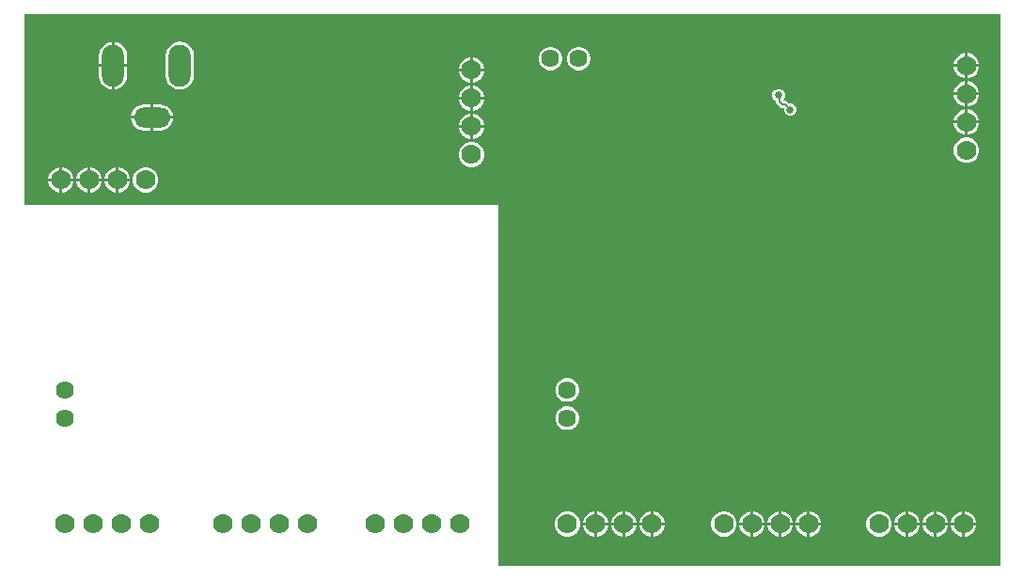
<source format=gbl>
G04*
G04 #@! TF.GenerationSoftware,Altium Limited,Altium Designer,22.1.2 (22)*
G04*
G04 Layer_Physical_Order=2*
G04 Layer_Color=16711680*
%FSLAX25Y25*%
%MOIN*%
G70*
G04*
G04 #@! TF.SameCoordinates,52BC5A9B-E7CF-49AA-A5AC-D027EE08C1C4*
G04*
G04*
G04 #@! TF.FilePolarity,Positive*
G04*
G01*
G75*
%ADD12C,0.00600*%
%ADD40C,0.07000*%
%ADD41C,0.06378*%
%ADD42O,0.07874X0.14961*%
%ADD43O,0.12992X0.07087*%
%ADD44C,0.02200*%
%ADD45C,0.02500*%
G36*
X347961Y2039D02*
X170000D01*
Y130000D01*
X2039D01*
Y197961D01*
X347961D01*
Y2039D01*
D02*
G37*
%LPC*%
G36*
X336592Y184000D02*
X336500D01*
Y180000D01*
X340500D01*
Y180092D01*
X340193Y181237D01*
X339601Y182263D01*
X338763Y183101D01*
X337737Y183693D01*
X336592Y184000D01*
D02*
G37*
G36*
X34000Y187957D02*
Y180000D01*
X38480D01*
Y183043D01*
X38310Y184332D01*
X37813Y185533D01*
X37021Y186564D01*
X35990Y187356D01*
X34789Y187853D01*
X34000Y187957D01*
D02*
G37*
G36*
X33000D02*
X32211Y187853D01*
X31010Y187356D01*
X29979Y186564D01*
X29188Y185533D01*
X28690Y184332D01*
X28520Y183043D01*
Y180000D01*
X33000D01*
Y187957D01*
D02*
G37*
G36*
X335500Y184000D02*
X335408D01*
X334263Y183693D01*
X333237Y183101D01*
X332399Y182263D01*
X331807Y181237D01*
X331500Y180092D01*
Y180000D01*
X335500D01*
Y184000D01*
D02*
G37*
G36*
X161092Y182500D02*
X161000D01*
Y178500D01*
X165000D01*
Y178592D01*
X164693Y179737D01*
X164101Y180763D01*
X163263Y181601D01*
X162237Y182193D01*
X161092Y182500D01*
D02*
G37*
G36*
X160000D02*
X159908D01*
X158763Y182193D01*
X157737Y181601D01*
X156899Y180763D01*
X156307Y179737D01*
X156000Y178592D01*
Y178500D01*
X160000D01*
Y182500D01*
D02*
G37*
G36*
X199099Y186189D02*
X197996D01*
X196930Y185904D01*
X195975Y185352D01*
X195195Y184572D01*
X194644Y183617D01*
X194358Y182552D01*
Y181448D01*
X194644Y180383D01*
X195195Y179428D01*
X195975Y178648D01*
X196930Y178096D01*
X197996Y177811D01*
X199099D01*
X200164Y178096D01*
X201119Y178648D01*
X201899Y179428D01*
X202451Y180383D01*
X202736Y181448D01*
Y182552D01*
X202451Y183617D01*
X201899Y184572D01*
X201119Y185352D01*
X200164Y185904D01*
X199099Y186189D01*
D02*
G37*
G36*
X189099D02*
X187996D01*
X186930Y185904D01*
X185975Y185352D01*
X185195Y184572D01*
X184644Y183617D01*
X184358Y182552D01*
Y181448D01*
X184644Y180383D01*
X185195Y179428D01*
X185975Y178648D01*
X186930Y178096D01*
X187996Y177811D01*
X189099D01*
X190164Y178096D01*
X191119Y178648D01*
X191899Y179428D01*
X192451Y180383D01*
X192736Y181448D01*
Y182552D01*
X192451Y183617D01*
X191899Y184572D01*
X191119Y185352D01*
X190164Y185904D01*
X189099Y186189D01*
D02*
G37*
G36*
X340500Y179000D02*
X336500D01*
Y175000D01*
X336592D01*
X337737Y175307D01*
X338763Y175899D01*
X339601Y176737D01*
X340193Y177763D01*
X340500Y178908D01*
Y179000D01*
D02*
G37*
G36*
X335500D02*
X331500D01*
Y178908D01*
X331807Y177763D01*
X332399Y176737D01*
X333237Y175899D01*
X334263Y175307D01*
X335408Y175000D01*
X335500D01*
Y179000D01*
D02*
G37*
G36*
X165000Y177500D02*
X161000D01*
Y173500D01*
X161092D01*
X162237Y173807D01*
X163263Y174399D01*
X164101Y175237D01*
X164693Y176263D01*
X165000Y177408D01*
Y177500D01*
D02*
G37*
G36*
X160000D02*
X156000D01*
Y177408D01*
X156307Y176263D01*
X156899Y175237D01*
X157737Y174399D01*
X158763Y173807D01*
X159908Y173500D01*
X160000D01*
Y177500D01*
D02*
G37*
G36*
X38480Y179000D02*
X34000D01*
Y171043D01*
X34789Y171147D01*
X35990Y171644D01*
X37021Y172436D01*
X37813Y173467D01*
X38310Y174668D01*
X38480Y175957D01*
Y179000D01*
D02*
G37*
G36*
X33000D02*
X28520D01*
Y175957D01*
X28690Y174668D01*
X29188Y173467D01*
X29979Y172436D01*
X31010Y171644D01*
X32211Y171147D01*
X33000Y171043D01*
Y179000D01*
D02*
G37*
G36*
X57122Y188023D02*
X55833Y187853D01*
X54632Y187356D01*
X53601Y186564D01*
X52810Y185533D01*
X52312Y184332D01*
X52142Y183043D01*
Y175957D01*
X52312Y174668D01*
X52810Y173467D01*
X53601Y172436D01*
X54632Y171644D01*
X55833Y171147D01*
X57122Y170977D01*
X58411Y171147D01*
X59612Y171644D01*
X60643Y172436D01*
X61435Y173467D01*
X61932Y174668D01*
X62102Y175957D01*
Y183043D01*
X61932Y184332D01*
X61435Y185533D01*
X60643Y186564D01*
X59612Y187356D01*
X58411Y187853D01*
X57122Y188023D01*
D02*
G37*
G36*
X336592Y174000D02*
X336500D01*
Y170000D01*
X340500D01*
Y170092D01*
X340193Y171237D01*
X339601Y172263D01*
X338763Y173101D01*
X337737Y173693D01*
X336592Y174000D01*
D02*
G37*
G36*
X335500D02*
X335408D01*
X334263Y173693D01*
X333237Y173101D01*
X332399Y172263D01*
X331807Y171237D01*
X331500Y170092D01*
Y170000D01*
X335500D01*
Y174000D01*
D02*
G37*
G36*
X161092Y172500D02*
X161000D01*
Y168500D01*
X165000D01*
Y168592D01*
X164693Y169737D01*
X164101Y170763D01*
X163263Y171601D01*
X162237Y172193D01*
X161092Y172500D01*
D02*
G37*
G36*
X160000D02*
X159908D01*
X158763Y172193D01*
X157737Y171601D01*
X156899Y170763D01*
X156307Y169737D01*
X156000Y168592D01*
Y168500D01*
X160000D01*
Y172500D01*
D02*
G37*
G36*
X340500Y169000D02*
X336500D01*
Y165000D01*
X336592D01*
X337737Y165307D01*
X338763Y165899D01*
X339601Y166737D01*
X340193Y167763D01*
X340500Y168908D01*
Y169000D01*
D02*
G37*
G36*
X335500D02*
X331500D01*
Y168908D01*
X331807Y167763D01*
X332399Y166737D01*
X333237Y165899D01*
X334263Y165307D01*
X335408Y165000D01*
X335500D01*
Y169000D01*
D02*
G37*
G36*
X165000Y167500D02*
X161000D01*
Y163500D01*
X161092D01*
X162237Y163807D01*
X163263Y164399D01*
X164101Y165237D01*
X164693Y166263D01*
X165000Y167408D01*
Y167500D01*
D02*
G37*
G36*
X160000D02*
X156000D01*
Y167408D01*
X156307Y166263D01*
X156899Y165237D01*
X157737Y164399D01*
X158763Y163807D01*
X159908Y163500D01*
X160000D01*
Y167500D01*
D02*
G37*
G36*
X269899Y171298D02*
X269004D01*
X268177Y170956D01*
X267544Y170323D01*
X267202Y169496D01*
Y168600D01*
X267544Y167774D01*
X268177Y167141D01*
X268276Y167100D01*
Y166898D01*
X268377Y166391D01*
X268665Y165961D01*
X269905Y164720D01*
X270335Y164433D01*
X270842Y164332D01*
X271293D01*
X271298Y164327D01*
Y163504D01*
X271641Y162677D01*
X272274Y162044D01*
X273100Y161702D01*
X273996D01*
X274823Y162044D01*
X275455Y162677D01*
X275798Y163504D01*
Y164400D01*
X275455Y165226D01*
X274823Y165859D01*
X273996Y166202D01*
X273173D01*
X272779Y166595D01*
X272350Y166882D01*
X271842Y166983D01*
X271391D01*
X270980Y167394D01*
X271359Y167774D01*
X271702Y168600D01*
Y169496D01*
X271359Y170323D01*
X270726Y170956D01*
X269899Y171298D01*
D02*
G37*
G36*
X50232Y165775D02*
X47780D01*
Y161693D01*
X54749D01*
X54659Y162379D01*
X54201Y163484D01*
X53473Y164433D01*
X52523Y165162D01*
X51418Y165619D01*
X50232Y165775D01*
D02*
G37*
G36*
X46780D02*
X44327D01*
X43141Y165619D01*
X42035Y165162D01*
X41087Y164433D01*
X40358Y163484D01*
X39900Y162379D01*
X39810Y161693D01*
X46780D01*
Y165775D01*
D02*
G37*
G36*
X336592Y164000D02*
X336500D01*
Y160000D01*
X340500D01*
Y160092D01*
X340193Y161237D01*
X339601Y162263D01*
X338763Y163101D01*
X337737Y163693D01*
X336592Y164000D01*
D02*
G37*
G36*
X335500D02*
X335408D01*
X334263Y163693D01*
X333237Y163101D01*
X332399Y162263D01*
X331807Y161237D01*
X331500Y160092D01*
Y160000D01*
X335500D01*
Y164000D01*
D02*
G37*
G36*
X161092Y162500D02*
X161000D01*
Y158500D01*
X165000D01*
Y158592D01*
X164693Y159737D01*
X164101Y160763D01*
X163263Y161601D01*
X162237Y162193D01*
X161092Y162500D01*
D02*
G37*
G36*
X160000D02*
X159908D01*
X158763Y162193D01*
X157737Y161601D01*
X156899Y160763D01*
X156307Y159737D01*
X156000Y158592D01*
Y158500D01*
X160000D01*
Y162500D01*
D02*
G37*
G36*
X54749Y160693D02*
X47780D01*
Y156610D01*
X50232D01*
X51418Y156767D01*
X52523Y157224D01*
X53473Y157953D01*
X54201Y158902D01*
X54659Y160007D01*
X54749Y160693D01*
D02*
G37*
G36*
X46780D02*
X39810D01*
X39900Y160007D01*
X40358Y158902D01*
X41087Y157953D01*
X42035Y157224D01*
X43141Y156767D01*
X44327Y156610D01*
X46780D01*
Y160693D01*
D02*
G37*
G36*
X340500Y159000D02*
X336500D01*
Y155000D01*
X336592D01*
X337737Y155307D01*
X338763Y155899D01*
X339601Y156737D01*
X340193Y157763D01*
X340500Y158908D01*
Y159000D01*
D02*
G37*
G36*
X335500D02*
X331500D01*
Y158908D01*
X331807Y157763D01*
X332399Y156737D01*
X333237Y155899D01*
X334263Y155307D01*
X335408Y155000D01*
X335500D01*
Y159000D01*
D02*
G37*
G36*
X165000Y157500D02*
X161000D01*
Y153500D01*
X161092D01*
X162237Y153807D01*
X163263Y154399D01*
X164101Y155237D01*
X164693Y156263D01*
X165000Y157408D01*
Y157500D01*
D02*
G37*
G36*
X160000D02*
X156000D01*
Y157408D01*
X156307Y156263D01*
X156899Y155237D01*
X157737Y154399D01*
X158763Y153807D01*
X159908Y153500D01*
X160000D01*
Y157500D01*
D02*
G37*
G36*
X336592Y154000D02*
X335408D01*
X334263Y153693D01*
X333237Y153101D01*
X332399Y152263D01*
X331807Y151237D01*
X331500Y150092D01*
Y148908D01*
X331807Y147763D01*
X332399Y146737D01*
X333237Y145899D01*
X334263Y145307D01*
X335408Y145000D01*
X336592D01*
X337737Y145307D01*
X338763Y145899D01*
X339601Y146737D01*
X340193Y147763D01*
X340500Y148908D01*
Y150092D01*
X340193Y151237D01*
X339601Y152263D01*
X338763Y153101D01*
X337737Y153693D01*
X336592Y154000D01*
D02*
G37*
G36*
X161092Y152500D02*
X159908D01*
X158763Y152193D01*
X157737Y151601D01*
X156899Y150763D01*
X156307Y149737D01*
X156000Y148592D01*
Y147408D01*
X156307Y146263D01*
X156899Y145237D01*
X157737Y144399D01*
X158763Y143807D01*
X159908Y143500D01*
X161092D01*
X162237Y143807D01*
X163263Y144399D01*
X164101Y145237D01*
X164693Y146263D01*
X165000Y147408D01*
Y148592D01*
X164693Y149737D01*
X164101Y150763D01*
X163263Y151601D01*
X162237Y152193D01*
X161092Y152500D01*
D02*
G37*
G36*
X35592Y143500D02*
X35500D01*
Y139500D01*
X39500D01*
Y139592D01*
X39193Y140737D01*
X38601Y141763D01*
X37763Y142601D01*
X36737Y143193D01*
X35592Y143500D01*
D02*
G37*
G36*
X15592D02*
X15500D01*
Y139500D01*
X19500D01*
Y139592D01*
X19193Y140737D01*
X18601Y141763D01*
X17763Y142601D01*
X16737Y143193D01*
X15592Y143500D01*
D02*
G37*
G36*
X25592D02*
X25500D01*
Y139500D01*
X29500D01*
Y139592D01*
X29193Y140737D01*
X28601Y141763D01*
X27763Y142601D01*
X26737Y143193D01*
X25592Y143500D01*
D02*
G37*
G36*
X34500D02*
X34408D01*
X33263Y143193D01*
X32237Y142601D01*
X31399Y141763D01*
X30807Y140737D01*
X30500Y139592D01*
Y139500D01*
X34500D01*
Y143500D01*
D02*
G37*
G36*
X14500D02*
X14408D01*
X13263Y143193D01*
X12237Y142601D01*
X11399Y141763D01*
X10807Y140737D01*
X10500Y139592D01*
Y139500D01*
X14500D01*
Y143500D01*
D02*
G37*
G36*
X24500D02*
X24408D01*
X23263Y143193D01*
X22237Y142601D01*
X21399Y141763D01*
X20807Y140737D01*
X20500Y139592D01*
Y139500D01*
X24500D01*
Y143500D01*
D02*
G37*
G36*
X45592D02*
X44408D01*
X43263Y143193D01*
X42237Y142601D01*
X41399Y141763D01*
X40807Y140737D01*
X40500Y139592D01*
Y138408D01*
X40807Y137263D01*
X41399Y136237D01*
X42237Y135399D01*
X43263Y134807D01*
X44408Y134500D01*
X45592D01*
X46737Y134807D01*
X47763Y135399D01*
X48601Y136237D01*
X49193Y137263D01*
X49500Y138408D01*
Y139592D01*
X49193Y140737D01*
X48601Y141763D01*
X47763Y142601D01*
X46737Y143193D01*
X45592Y143500D01*
D02*
G37*
G36*
X39500Y138500D02*
X35500D01*
Y134500D01*
X35592D01*
X36737Y134807D01*
X37763Y135399D01*
X38601Y136237D01*
X39193Y137263D01*
X39500Y138408D01*
Y138500D01*
D02*
G37*
G36*
X34500D02*
X30500D01*
Y138408D01*
X30807Y137263D01*
X31399Y136237D01*
X32237Y135399D01*
X33263Y134807D01*
X34408Y134500D01*
X34500D01*
Y138500D01*
D02*
G37*
G36*
X29500D02*
X25500D01*
Y134500D01*
X25592D01*
X26737Y134807D01*
X27763Y135399D01*
X28601Y136237D01*
X29193Y137263D01*
X29500Y138408D01*
Y138500D01*
D02*
G37*
G36*
X24500D02*
X20500D01*
Y138408D01*
X20807Y137263D01*
X21399Y136237D01*
X22237Y135399D01*
X23263Y134807D01*
X24408Y134500D01*
X24500D01*
Y138500D01*
D02*
G37*
G36*
X19500D02*
X15500D01*
Y134500D01*
X15592D01*
X16737Y134807D01*
X17763Y135399D01*
X18601Y136237D01*
X19193Y137263D01*
X19500Y138408D01*
Y138500D01*
D02*
G37*
G36*
X14500D02*
X10500D01*
Y138408D01*
X10807Y137263D01*
X11399Y136237D01*
X12237Y135399D01*
X13263Y134807D01*
X14408Y134500D01*
X14500D01*
Y138500D01*
D02*
G37*
G36*
X195052Y68689D02*
X193948D01*
X192883Y68404D01*
X191928Y67852D01*
X191148Y67072D01*
X190596Y66117D01*
X190311Y65052D01*
Y63949D01*
X190596Y62883D01*
X191148Y61928D01*
X191928Y61148D01*
X192883Y60597D01*
X193948Y60311D01*
X195052D01*
X196117Y60597D01*
X197072Y61148D01*
X197852Y61928D01*
X198404Y62883D01*
X198689Y63949D01*
Y65052D01*
X198404Y66117D01*
X197852Y67072D01*
X197072Y67852D01*
X196117Y68404D01*
X195052Y68689D01*
D02*
G37*
G36*
Y58689D02*
X193948D01*
X192883Y58403D01*
X191928Y57852D01*
X191148Y57072D01*
X190596Y56117D01*
X190311Y55051D01*
Y53948D01*
X190596Y52883D01*
X191148Y51928D01*
X191928Y51148D01*
X192883Y50596D01*
X193948Y50311D01*
X195052D01*
X196117Y50596D01*
X197072Y51148D01*
X197852Y51928D01*
X198404Y52883D01*
X198689Y53948D01*
Y55051D01*
X198404Y56117D01*
X197852Y57072D01*
X197072Y57852D01*
X196117Y58403D01*
X195052Y58689D01*
D02*
G37*
G36*
X335592Y21500D02*
X335500D01*
Y17500D01*
X339500D01*
Y17592D01*
X339193Y18737D01*
X338601Y19763D01*
X337763Y20601D01*
X336737Y21193D01*
X335592Y21500D01*
D02*
G37*
G36*
X334500D02*
X334408D01*
X333263Y21193D01*
X332237Y20601D01*
X331399Y19763D01*
X330807Y18737D01*
X330500Y17592D01*
Y17500D01*
X334500D01*
Y21500D01*
D02*
G37*
G36*
X325592D02*
X325500D01*
Y17500D01*
X329500D01*
Y17592D01*
X329193Y18737D01*
X328601Y19763D01*
X327763Y20601D01*
X326737Y21193D01*
X325592Y21500D01*
D02*
G37*
G36*
X324500D02*
X324408D01*
X323263Y21193D01*
X322237Y20601D01*
X321399Y19763D01*
X320807Y18737D01*
X320500Y17592D01*
Y17500D01*
X324500D01*
Y21500D01*
D02*
G37*
G36*
X315592D02*
X315500D01*
Y17500D01*
X319500D01*
Y17592D01*
X319193Y18737D01*
X318601Y19763D01*
X317763Y20601D01*
X316737Y21193D01*
X315592Y21500D01*
D02*
G37*
G36*
X314500D02*
X314408D01*
X313263Y21193D01*
X312237Y20601D01*
X311399Y19763D01*
X310807Y18737D01*
X310500Y17592D01*
Y17500D01*
X314500D01*
Y21500D01*
D02*
G37*
G36*
X280592D02*
X280500D01*
Y17500D01*
X284500D01*
Y17592D01*
X284193Y18737D01*
X283601Y19763D01*
X282763Y20601D01*
X281737Y21193D01*
X280592Y21500D01*
D02*
G37*
G36*
X279500D02*
X279408D01*
X278263Y21193D01*
X277237Y20601D01*
X276399Y19763D01*
X275807Y18737D01*
X275500Y17592D01*
Y17500D01*
X279500D01*
Y21500D01*
D02*
G37*
G36*
X270592D02*
X270500D01*
Y17500D01*
X274500D01*
Y17592D01*
X274193Y18737D01*
X273601Y19763D01*
X272763Y20601D01*
X271737Y21193D01*
X270592Y21500D01*
D02*
G37*
G36*
X269500D02*
X269408D01*
X268263Y21193D01*
X267237Y20601D01*
X266399Y19763D01*
X265807Y18737D01*
X265500Y17592D01*
Y17500D01*
X269500D01*
Y21500D01*
D02*
G37*
G36*
X260592D02*
X260500D01*
Y17500D01*
X264500D01*
Y17592D01*
X264193Y18737D01*
X263601Y19763D01*
X262763Y20601D01*
X261737Y21193D01*
X260592Y21500D01*
D02*
G37*
G36*
X259500D02*
X259408D01*
X258263Y21193D01*
X257237Y20601D01*
X256399Y19763D01*
X255807Y18737D01*
X255500Y17592D01*
Y17500D01*
X259500D01*
Y21500D01*
D02*
G37*
G36*
X225092D02*
X225000D01*
Y17500D01*
X229000D01*
Y17592D01*
X228693Y18737D01*
X228101Y19763D01*
X227263Y20601D01*
X226237Y21193D01*
X225092Y21500D01*
D02*
G37*
G36*
X224000D02*
X223908D01*
X222763Y21193D01*
X221737Y20601D01*
X220899Y19763D01*
X220307Y18737D01*
X220000Y17592D01*
Y17500D01*
X224000D01*
Y21500D01*
D02*
G37*
G36*
X215092D02*
X215000D01*
Y17500D01*
X219000D01*
Y17592D01*
X218693Y18737D01*
X218101Y19763D01*
X217263Y20601D01*
X216237Y21193D01*
X215092Y21500D01*
D02*
G37*
G36*
X214000D02*
X213908D01*
X212763Y21193D01*
X211737Y20601D01*
X210899Y19763D01*
X210307Y18737D01*
X210000Y17592D01*
Y17500D01*
X214000D01*
Y21500D01*
D02*
G37*
G36*
X205092D02*
X205000D01*
Y17500D01*
X209000D01*
Y17592D01*
X208693Y18737D01*
X208101Y19763D01*
X207263Y20601D01*
X206237Y21193D01*
X205092Y21500D01*
D02*
G37*
G36*
X204000D02*
X203908D01*
X202763Y21193D01*
X201737Y20601D01*
X200899Y19763D01*
X200307Y18737D01*
X200000Y17592D01*
Y17500D01*
X204000D01*
Y21500D01*
D02*
G37*
G36*
X339500Y16500D02*
X335500D01*
Y12500D01*
X335592D01*
X336737Y12807D01*
X337763Y13399D01*
X338601Y14237D01*
X339193Y15263D01*
X339500Y16408D01*
Y16500D01*
D02*
G37*
G36*
X334500D02*
X330500D01*
Y16408D01*
X330807Y15263D01*
X331399Y14237D01*
X332237Y13399D01*
X333263Y12807D01*
X334408Y12500D01*
X334500D01*
Y16500D01*
D02*
G37*
G36*
X329500D02*
X325500D01*
Y12500D01*
X325592D01*
X326737Y12807D01*
X327763Y13399D01*
X328601Y14237D01*
X329193Y15263D01*
X329500Y16408D01*
Y16500D01*
D02*
G37*
G36*
X324500D02*
X320500D01*
Y16408D01*
X320807Y15263D01*
X321399Y14237D01*
X322237Y13399D01*
X323263Y12807D01*
X324408Y12500D01*
X324500D01*
Y16500D01*
D02*
G37*
G36*
X319500D02*
X315500D01*
Y12500D01*
X315592D01*
X316737Y12807D01*
X317763Y13399D01*
X318601Y14237D01*
X319193Y15263D01*
X319500Y16408D01*
Y16500D01*
D02*
G37*
G36*
X314500D02*
X310500D01*
Y16408D01*
X310807Y15263D01*
X311399Y14237D01*
X312237Y13399D01*
X313263Y12807D01*
X314408Y12500D01*
X314500D01*
Y16500D01*
D02*
G37*
G36*
X305592Y21500D02*
X304408D01*
X303263Y21193D01*
X302237Y20601D01*
X301399Y19763D01*
X300807Y18737D01*
X300500Y17592D01*
Y16408D01*
X300807Y15263D01*
X301399Y14237D01*
X302237Y13399D01*
X303263Y12807D01*
X304408Y12500D01*
X305592D01*
X306737Y12807D01*
X307763Y13399D01*
X308601Y14237D01*
X309193Y15263D01*
X309500Y16408D01*
Y17592D01*
X309193Y18737D01*
X308601Y19763D01*
X307763Y20601D01*
X306737Y21193D01*
X305592Y21500D01*
D02*
G37*
G36*
X284500Y16500D02*
X280500D01*
Y12500D01*
X280592D01*
X281737Y12807D01*
X282763Y13399D01*
X283601Y14237D01*
X284193Y15263D01*
X284500Y16408D01*
Y16500D01*
D02*
G37*
G36*
X279500D02*
X275500D01*
Y16408D01*
X275807Y15263D01*
X276399Y14237D01*
X277237Y13399D01*
X278263Y12807D01*
X279408Y12500D01*
X279500D01*
Y16500D01*
D02*
G37*
G36*
X274500D02*
X270500D01*
Y12500D01*
X270592D01*
X271737Y12807D01*
X272763Y13399D01*
X273601Y14237D01*
X274193Y15263D01*
X274500Y16408D01*
Y16500D01*
D02*
G37*
G36*
X269500D02*
X265500D01*
Y16408D01*
X265807Y15263D01*
X266399Y14237D01*
X267237Y13399D01*
X268263Y12807D01*
X269408Y12500D01*
X269500D01*
Y16500D01*
D02*
G37*
G36*
X264500D02*
X260500D01*
Y12500D01*
X260592D01*
X261737Y12807D01*
X262763Y13399D01*
X263601Y14237D01*
X264193Y15263D01*
X264500Y16408D01*
Y16500D01*
D02*
G37*
G36*
X259500D02*
X255500D01*
Y16408D01*
X255807Y15263D01*
X256399Y14237D01*
X257237Y13399D01*
X258263Y12807D01*
X259408Y12500D01*
X259500D01*
Y16500D01*
D02*
G37*
G36*
X250592Y21500D02*
X249408D01*
X248263Y21193D01*
X247237Y20601D01*
X246399Y19763D01*
X245807Y18737D01*
X245500Y17592D01*
Y16408D01*
X245807Y15263D01*
X246399Y14237D01*
X247237Y13399D01*
X248263Y12807D01*
X249408Y12500D01*
X250592D01*
X251737Y12807D01*
X252763Y13399D01*
X253601Y14237D01*
X254193Y15263D01*
X254500Y16408D01*
Y17592D01*
X254193Y18737D01*
X253601Y19763D01*
X252763Y20601D01*
X251737Y21193D01*
X250592Y21500D01*
D02*
G37*
G36*
X229000Y16500D02*
X225000D01*
Y12500D01*
X225092D01*
X226237Y12807D01*
X227263Y13399D01*
X228101Y14237D01*
X228693Y15263D01*
X229000Y16408D01*
Y16500D01*
D02*
G37*
G36*
X224000D02*
X220000D01*
Y16408D01*
X220307Y15263D01*
X220899Y14237D01*
X221737Y13399D01*
X222763Y12807D01*
X223908Y12500D01*
X224000D01*
Y16500D01*
D02*
G37*
G36*
X219000D02*
X215000D01*
Y12500D01*
X215092D01*
X216237Y12807D01*
X217263Y13399D01*
X218101Y14237D01*
X218693Y15263D01*
X219000Y16408D01*
Y16500D01*
D02*
G37*
G36*
X214000D02*
X210000D01*
Y16408D01*
X210307Y15263D01*
X210899Y14237D01*
X211737Y13399D01*
X212763Y12807D01*
X213908Y12500D01*
X214000D01*
Y16500D01*
D02*
G37*
G36*
X209000D02*
X205000D01*
Y12500D01*
X205092D01*
X206237Y12807D01*
X207263Y13399D01*
X208101Y14237D01*
X208693Y15263D01*
X209000Y16408D01*
Y16500D01*
D02*
G37*
G36*
X204000D02*
X200000D01*
Y16408D01*
X200307Y15263D01*
X200899Y14237D01*
X201737Y13399D01*
X202763Y12807D01*
X203908Y12500D01*
X204000D01*
Y16500D01*
D02*
G37*
G36*
X195092Y21500D02*
X193908D01*
X192763Y21193D01*
X191737Y20601D01*
X190899Y19763D01*
X190307Y18737D01*
X190000Y17592D01*
Y16408D01*
X190307Y15263D01*
X190899Y14237D01*
X191737Y13399D01*
X192763Y12807D01*
X193908Y12500D01*
X195092D01*
X196237Y12807D01*
X197263Y13399D01*
X198101Y14237D01*
X198693Y15263D01*
X199000Y16408D01*
Y17592D01*
X198693Y18737D01*
X198101Y19763D01*
X197263Y20601D01*
X196237Y21193D01*
X195092Y21500D01*
D02*
G37*
%LPD*%
D12*
X269602Y166898D02*
X270842Y165658D01*
X269602Y166898D02*
Y168898D01*
X269452Y169048D02*
X269602Y168898D01*
X270842Y165658D02*
X271842D01*
X273548Y163952D01*
D40*
X82500Y17000D02*
D03*
X72500D02*
D03*
X102500D02*
D03*
X92500D02*
D03*
X136500D02*
D03*
X126500D02*
D03*
X156500D02*
D03*
X146500D02*
D03*
X26500D02*
D03*
X16500D02*
D03*
X46500D02*
D03*
X36500D02*
D03*
X35000Y139000D02*
D03*
X45000D02*
D03*
X15000D02*
D03*
X25000D02*
D03*
X160500Y168000D02*
D03*
Y178000D02*
D03*
Y148000D02*
D03*
Y158000D02*
D03*
X315000Y17000D02*
D03*
X305000D02*
D03*
X335000D02*
D03*
X325000D02*
D03*
X260000D02*
D03*
X250000D02*
D03*
X280000D02*
D03*
X270000D02*
D03*
X204500D02*
D03*
X194500D02*
D03*
X224500D02*
D03*
X214500D02*
D03*
X336000Y169500D02*
D03*
Y179500D02*
D03*
Y149500D02*
D03*
Y159500D02*
D03*
D41*
X16500Y54500D02*
D03*
Y64500D02*
D03*
X188547Y182000D02*
D03*
X198547D02*
D03*
X194500Y54500D02*
D03*
Y64500D02*
D03*
D42*
X57122Y179500D02*
D03*
X33500D02*
D03*
D43*
X47280Y161193D02*
D03*
D44*
X314000Y46000D02*
D03*
Y56000D02*
D03*
Y66500D02*
D03*
X173500Y75500D02*
D03*
X176000Y144500D02*
D03*
X88000Y195500D02*
D03*
X276000Y72000D02*
D03*
X299000Y145000D02*
D03*
X293000Y159000D02*
D03*
X70000Y165000D02*
D03*
X113500Y157500D02*
D03*
X214000Y41000D02*
D03*
Y61000D02*
D03*
X234469Y143000D02*
D03*
X164000Y132000D02*
D03*
D45*
X269452Y169048D02*
D03*
X273548Y163952D02*
D03*
M02*

</source>
